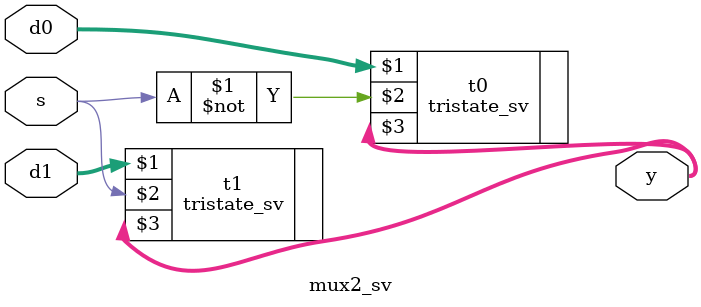
<source format=sv>
module mux2_sv
(
input logic [3:0] d0, d1,
input logic s,
output tri [3:0] y
);
tristate_sv t0(d0, ~s, y);
tristate_sv t1(d1, s, y);
endmodule
</source>
